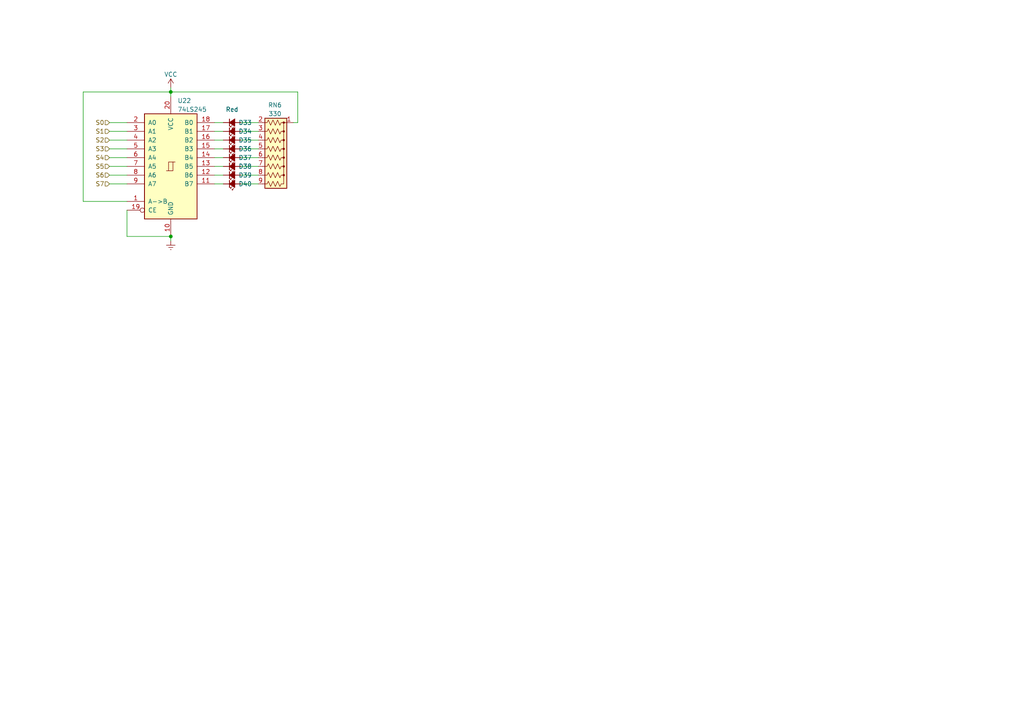
<source format=kicad_sch>
(kicad_sch (version 20230121) (generator eeschema)
  (paper "A4")
  (lib_symbols
    (symbol "74xx:74LS245" (pin_names (offset 1.016))
      (property "Reference" "U" (at -7.62 16.51 0))
      (property "Value" "74LS245" (at -7.62 -16.51 0))
      (symbol "74LS245_1_0"
        (polyline (pts (xy -0.635 -1.27) (xy -0.635 1.27) (xy 0.635 1.27)))
        (polyline (pts (xy -1.27 -1.27) (xy 0.635 -1.27) (xy 0.635 1.27) (xy 1.27 1.27)))
        (pin input line (at -12.7 -10.16 0) (length 5.08) (name "A->B") (number "1"))
        (pin power_in line (at 0 -20.32 90) (length 5.08) (name "GND") (number "10"))
        (pin tri_state line (at 12.7 -5.08 180) (length 5.08) (name "B7") (number "11"))
        (pin tri_state line (at 12.7 -2.54 180) (length 5.08) (name "B6") (number "12"))
        (pin tri_state line (at 12.7 0 180) (length 5.08) (name "B5") (number "13"))
        (pin tri_state line (at 12.7 2.54 180) (length 5.08) (name "B4") (number "14"))
        (pin tri_state line (at 12.7 5.08 180) (length 5.08) (name "B3") (number "15"))
        (pin tri_state line (at 12.7 7.62 180) (length 5.08) (name "B2") (number "16"))
        (pin tri_state line (at 12.7 10.16 180) (length 5.08) (name "B1") (number "17"))
        (pin tri_state line (at 12.7 12.7 180) (length 5.08) (name "B0") (number "18"))
        (pin input inverted (at -12.7 -12.7 0) (length 5.08) (name "CE") (number "19"))
        (pin tri_state line (at -12.7 12.7 0) (length 5.08) (name "A0") (number "2"))
        (pin power_in line (at 0 20.32 270) (length 5.08) (name "VCC") (number "20"))
        (pin tri_state line (at -12.7 10.16 0) (length 5.08) (name "A1") (number "3"))
        (pin tri_state line (at -12.7 7.62 0) (length 5.08) (name "A2") (number "4"))
        (pin tri_state line (at -12.7 5.08 0) (length 5.08) (name "A3") (number "5"))
        (pin tri_state line (at -12.7 2.54 0) (length 5.08) (name "A4") (number "6"))
        (pin tri_state line (at -12.7 0 0) (length 5.08) (name "A5") (number "7"))
        (pin tri_state line (at -12.7 -2.54 0) (length 5.08) (name "A6") (number "8"))
        (pin tri_state line (at -12.7 -5.08 0) (length 5.08) (name "A7") (number "9"))
      )
      (symbol "74LS245_1_1"
        (rectangle (start -7.62 15.24) (end 7.62 -15.24) (stroke (width 0.254)) (fill (type background)))
      )
    )
    (symbol "Device:LED_Small_Filled" (pin_numbers hide) (pin_names (offset 0.254) hide)
      (property "Reference" "D" (at -1.27 3.175 0))
      (property "Value" "LED_Small_Filled" (at -4.445 -2.54 0))
      (symbol "LED_Small_Filled_0_1"
        (polyline (pts (xy -0.762 -1.016) (xy -0.762 1.016)) (stroke (width 0.254)))
        (polyline (pts (xy 1.016 0) (xy -0.762 0)))
        (polyline (pts (xy 0.762 -1.016) (xy -0.762 0) (xy 0.762 1.016) (xy 0.762 -1.016)) (stroke (width 0.254)) (fill (type outline)))
        (polyline (pts (xy 0 0.762) (xy -0.508 1.27) (xy -0.254 1.27) (xy -0.508 1.27) (xy -0.508 1.016)))
        (polyline (pts (xy 0.508 1.27) (xy 0 1.778) (xy 0.254 1.778) (xy 0 1.778) (xy 0 1.524)))
      )
      (symbol "LED_Small_Filled_1_1"
        (pin passive line (at -2.54 0 0) (length 1.778) (name "K") (number "1"))
        (pin passive line (at 2.54 0 180) (length 1.778) (name "A") (number "2"))
      )
    )
    (symbol "Device:R_Network08_US" (pin_names (offset 0) hide)
      (property "Reference" "RN" (at -12.7 0 90))
      (property "Value" "R_Network08_US" (at 10.16 0 90))
      (symbol "R_Network08_US_0_1"
        (rectangle (start -11.43 -3.175) (end 8.89 3.175) (stroke (width 0.254)) (fill (type background)))
        (circle (center -10.16 2.286) (radius 0.254) (fill (type outline)))
        (circle (center -7.62 2.286) (radius 0.254) (fill (type outline)))
        (circle (center -5.08 2.286) (radius 0.254) (fill (type outline)))
        (circle (center -2.54 2.286) (radius 0.254) (fill (type outline)))
        (polyline (pts (xy -10.16 2.286) (xy 7.62 2.286)))
        (polyline (pts (xy -10.16 2.286) (xy -10.16 1.524) (xy -9.398 1.1684) (xy -10.922 0.508) (xy -9.398 -0.1524) (xy -10.922 -0.8382) (xy -9.398 -1.524) (xy -10.922 -2.1844) (xy -10.16 -2.54) (xy -10.16 -3.81)))
        (polyline (pts (xy -7.62 2.286) (xy -7.62 1.524) (xy -6.858 1.1684) (xy -8.382 0.508) (xy -6.858 -0.1524) (xy -8.382 -0.8382) (xy -6.858 -1.524) (xy -8.382 -2.1844) (xy -7.62 -2.54) (xy -7.62 -3.81)))
        (polyline (pts (xy -5.08 2.286) (xy -5.08 1.524) (xy -4.318 1.1684) (xy -5.842 0.508) (xy -4.318 -0.1524) (xy -5.842 -0.8382) (xy -4.318 -1.524) (xy -5.842 -2.1844) (xy -5.08 -2.54) (xy -5.08 -3.81)))
        (polyline (pts (xy -2.54 2.286) (xy -2.54 1.524) (xy -1.778 1.1684) (xy -3.302 0.508) (xy -1.778 -0.1524) (xy -3.302 -0.8382) (xy -1.778 -1.524) (xy -3.302 -2.1844) (xy -2.54 -2.54) (xy -2.54 -3.81)))
        (polyline (pts (xy 0 2.286) (xy 0 1.524) (xy 0.762 1.1684) (xy -0.762 0.508) (xy 0.762 -0.1524) (xy -0.762 -0.8382) (xy 0.762 -1.524) (xy -0.762 -2.1844) (xy 0 -2.54) (xy 0 -3.81)))
        (polyline (pts (xy 2.54 2.286) (xy 2.54 1.524) (xy 3.302 1.1684) (xy 1.778 0.508) (xy 3.302 -0.1524) (xy 1.778 -0.8382) (xy 3.302 -1.524) (xy 1.778 -2.1844) (xy 2.54 -2.54) (xy 2.54 -3.81)))
        (polyline (pts (xy 5.08 2.286) (xy 5.08 1.524) (xy 5.842 1.1684) (xy 4.318 0.508) (xy 5.842 -0.1524) (xy 4.318 -0.8382) (xy 5.842 -1.524) (xy 4.318 -2.1844) (xy 5.08 -2.54) (xy 5.08 -3.81)))
        (polyline (pts (xy 7.62 2.286) (xy 7.62 1.524) (xy 8.382 1.1684) (xy 6.858 0.508) (xy 8.382 -0.1524) (xy 6.858 -0.8382) (xy 8.382 -1.524) (xy 6.858 -2.1844) (xy 7.62 -2.54) (xy 7.62 -3.81)))
        (circle (center 0 2.286) (radius 0.254) (fill (type outline)))
        (circle (center 2.54 2.286) (radius 0.254) (fill (type outline)))
        (circle (center 5.08 2.286) (radius 0.254) (fill (type outline)))
      )
      (symbol "R_Network08_US_1_1"
        (pin passive line (at -10.16 5.08 270) (length 2.54) (name "common") (number "1"))
        (pin passive line (at -10.16 -5.08 90) (length 1.27) (name "R1") (number "2"))
        (pin passive line (at -7.62 -5.08 90) (length 1.27) (name "R2") (number "3"))
        (pin passive line (at -5.08 -5.08 90) (length 1.27) (name "R3") (number "4"))
        (pin passive line (at -2.54 -5.08 90) (length 1.27) (name "R4") (number "5"))
        (pin passive line (at 0 -5.08 90) (length 1.27) (name "R5") (number "6"))
        (pin passive line (at 2.54 -5.08 90) (length 1.27) (name "R6") (number "7"))
        (pin passive line (at 5.08 -5.08 90) (length 1.27) (name "R7") (number "8"))
        (pin passive line (at 7.62 -5.08 90) (length 1.27) (name "R8") (number "9"))
      )
    )
    (symbol "power:Earth" (power) (pin_names (offset 0))
      (symbol "Earth_0_1"
        (polyline (pts (xy -0.635 -1.905) (xy 0.635 -1.905)))
        (polyline (pts (xy -0.127 -2.54) (xy 0.127 -2.54)))
        (polyline (pts (xy 0 -1.27) (xy 0 0)))
        (polyline (pts (xy 1.27 -1.27) (xy -1.27 -1.27)))
      )
      (symbol "Earth_1_1"
        (pin power_in line (at 0 0 270) (length 0) hide (name "Earth") (number "1"))
      )
    )
    (symbol "power:VCC" (power) (pin_names (offset 0))
      (property "Value" "VCC" (at 0 3.81 0))
      (symbol "VCC_0_1"
        (polyline (pts (xy -0.762 1.27) (xy 0 2.54)))
        (polyline (pts (xy 0 0) (xy 0 2.54)))
        (polyline (pts (xy 0 2.54) (xy 0.762 1.27)))
      )
      (symbol "VCC_1_1"
        (pin power_in line (at 0 0 90) (length 0) hide (name "VCC") (number "1"))
      )
    )
  )
  (junction (at 49.53 26.67))
  (junction (at 49.53 68.58))
  (wire (pts (xy 69.85 35.56) (xy 74.93 35.56)))
  (wire (pts (xy 69.85 40.64) (xy 74.93 40.64)))
  (wire (pts (xy 86.36 35.56) (xy 86.36 26.67)))
  (wire (pts (xy 31.75 38.1) (xy 36.83 38.1)))
  (wire (pts (xy 62.23 48.26) (xy 64.77 48.26)))
  (wire (pts (xy 31.75 40.64) (xy 36.83 40.64)))
  (wire (pts (xy 36.83 60.96) (xy 36.83 68.58)))
  (wire (pts (xy 49.53 69.85) (xy 49.53 68.58)))
  (wire (pts (xy 62.23 45.72) (xy 64.77 45.72)))
  (wire (pts (xy 36.83 68.58) (xy 49.53 68.58)))
  (wire (pts (xy 24.13 26.67) (xy 24.13 58.42)))
  (wire (pts (xy 24.13 26.67) (xy 49.53 26.67)))
  (wire (pts (xy 62.23 53.34) (xy 64.77 53.34)))
  (wire (pts (xy 69.85 45.72) (xy 74.93 45.72)))
  (wire (pts (xy 31.75 35.56) (xy 36.83 35.56)))
  (wire (pts (xy 69.85 50.8) (xy 74.93 50.8)))
  (wire (pts (xy 69.85 43.18) (xy 74.93 43.18)))
  (wire (pts (xy 85.09 35.56) (xy 86.36 35.56)))
  (wire (pts (xy 31.75 43.18) (xy 36.83 43.18)))
  (wire (pts (xy 62.23 38.1) (xy 64.77 38.1)))
  (wire (pts (xy 62.23 40.64) (xy 64.77 40.64)))
  (wire (pts (xy 49.53 26.67) (xy 49.53 27.94)))
  (wire (pts (xy 69.85 48.26) (xy 74.93 48.26)))
  (wire (pts (xy 36.83 58.42) (xy 24.13 58.42)))
  (wire (pts (xy 62.23 35.56) (xy 64.77 35.56)))
  (wire (pts (xy 31.75 48.26) (xy 36.83 48.26)))
  (wire (pts (xy 62.23 50.8) (xy 64.77 50.8)))
  (wire (pts (xy 31.75 50.8) (xy 36.83 50.8)))
  (wire (pts (xy 31.75 45.72) (xy 36.83 45.72)))
  (wire (pts (xy 86.36 26.67) (xy 49.53 26.67)))
  (wire (pts (xy 31.75 53.34) (xy 36.83 53.34)))
  (wire (pts (xy 62.23 43.18) (xy 64.77 43.18)))
  (wire (pts (xy 49.53 25.4) (xy 49.53 26.67)))
  (wire (pts (xy 69.85 53.34) (xy 74.93 53.34)))
  (wire (pts (xy 69.85 38.1) (xy 74.93 38.1)))
  (hierarchical_label "S7" (shape input) (at 31.75 53.34 180))
  (hierarchical_label "S2" (shape input) (at 31.75 40.64 180))
  (hierarchical_label "S6" (shape input) (at 31.75 50.8 180))
  (hierarchical_label "S0" (shape input) (at 31.75 35.56 180))
  (hierarchical_label "S1" (shape input) (at 31.75 38.1 180))
  (hierarchical_label "S3" (shape input) (at 31.75 43.18 180))
  (hierarchical_label "S5" (shape input) (at 31.75 48.26 180))
  (hierarchical_label "S4" (shape input) (at 31.75 45.72 180))
  (symbol (lib_id "Device:R_Network08_US") (at 80.01 45.72 270) (unit 1)
    (property "Reference" "RN6" (at 79.756 30.48 90))
    (property "Value" "330" (at 79.756 33.02 90))
    (property "Footprint" "Resistor_THT:R_Array_SIP9" (effects hide))
    (property "Datasheet" "http://www.vishay.com/docs/31509/csc.pdf" (effects hide))
  )
  (symbol (lib_id "74xx:74LS245") (at 49.53 48.26 0) (unit 1)
    (property "Reference" "U22" (at 51.4859 29.21 0) (effects (justify left)))
    (property "Value" "74LS245" (at 51.4859 31.75 0) (effects (justify left)))
    (property "Datasheet" "http://www.ti.com/lit/gpn/sn74LS245" (effects hide))
  )
  (symbol (lib_id "Device:LED_Small_Filled") (at 67.31 53.34 0) (mirror x) (unit 1)
    (property "Reference" "D40" (at 71.12 53.34 0))
    (property "Value" "Red" (effects hide))
  )
  (symbol (lib_id "Device:LED_Small_Filled") (at 67.31 40.64 0) (mirror x) (unit 1)
    (property "Reference" "D35" (at 71.12 40.64 0))
    (property "Value" "Red" (effects hide))
  )
  (symbol (lib_id "power:Earth") (at 49.53 69.85 0) (unit 1)
    (property "Reference" "#PWR051" (effects hide))
    (property "Value" "Earth" (effects hide))
  )
  (symbol (lib_id "Device:LED_Small_Filled") (at 67.31 48.26 0) (mirror x) (unit 1)
    (property "Reference" "D38" (at 71.12 48.26 0))
    (property "Value" "Red" (effects hide))
  )
  (symbol (lib_id "Device:LED_Small_Filled") (at 67.31 38.1 0) (mirror x) (unit 1)
    (property "Reference" "D34" (at 71.12 38.1 0))
    (property "Value" "Red" (effects hide))
  )
  (symbol (lib_id "Device:LED_Small_Filled") (at 67.31 43.18 0) (mirror x) (unit 1)
    (property "Reference" "D36" (at 71.12 43.18 0))
    (property "Value" "Red" (effects hide))
  )
  (symbol (lib_id "Device:LED_Small_Filled") (at 67.31 45.72 0) (mirror x) (unit 1)
    (property "Reference" "D37" (at 71.12 45.72 0))
    (property "Value" "Red" (effects hide))
  )
  (symbol (lib_id "power:VCC") (at 49.53 25.4 0) (unit 1)
    (property "Reference" "#PWR050" (effects hide))
    (property "Value" "+5v" (at 49.53 21.59 0))
  )
  (symbol (lib_id "Device:LED_Small_Filled") (at 67.31 50.8 0) (mirror x) (unit 1)
    (property "Reference" "D39" (at 71.12 50.8 0))
    (property "Value" "Red" (effects hide))
  )
  (symbol (lib_id "Device:LED_Small_Filled") (at 67.31 35.56 0) (mirror x) (unit 1)
    (property "Reference" "D33" (at 71.12 35.56 0))
    (property "Value" "Red" (at 67.31 31.75 0))
  )
)
</source>
